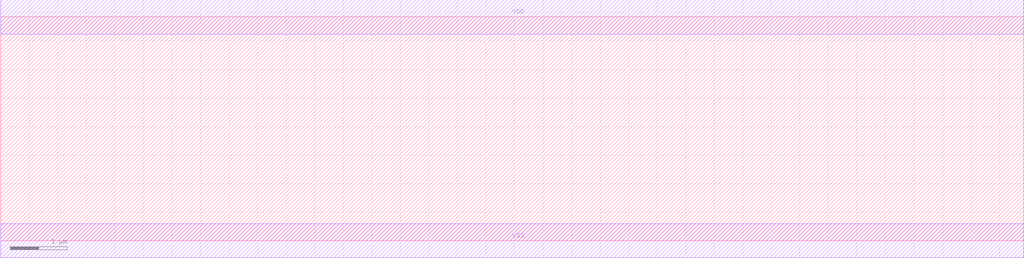
<source format=lef>
# Copyright 2022 GlobalFoundries PDK Authors
#
# Licensed under the Apache License, Version 2.0 (the "License");
# you may not use this file except in compliance with the License.
# You may obtain a copy of the License at
#
#      http://www.apache.org/licenses/LICENSE-2.0
#
# Unless required by applicable law or agreed to in writing, software
# distributed under the License is distributed on an "AS IS" BASIS,
# WITHOUT WARRANTIES OR CONDITIONS OF ANY KIND, either express or implied.
# See the License for the specific language governing permissions and
# limitations under the License.

MACRO gf180mcu_fd_sc_mcu7t5v0__fill_32
  CLASS core SPACER ;
  FOREIGN gf180mcu_fd_sc_mcu7t5v0__fill_32 0.0 0.0 ;
  ORIGIN 0 0 ;
  SYMMETRY X Y ;
  SITE GF018hv5v_mcu_sc7 ;
  SIZE 17.92 BY 3.92 ;
  PIN VDD
    DIRECTION INOUT ;
    USE power ;
    SHAPE ABUTMENT ;
    PORT
      LAYER Metal1 ;
        POLYGON 0 3.62 17.92 3.62 17.92 4.22 0 4.22  ;
    END
  END VDD
  PIN VSS
    DIRECTION INOUT ;
    USE ground ;
    SHAPE ABUTMENT ;
    PORT
      LAYER Metal1 ;
        POLYGON 0 -0.3 17.92 -0.3 17.92 0.3 0 0.3  ;
    END
  END VSS
END gf180mcu_fd_sc_mcu7t5v0__fill_32

</source>
